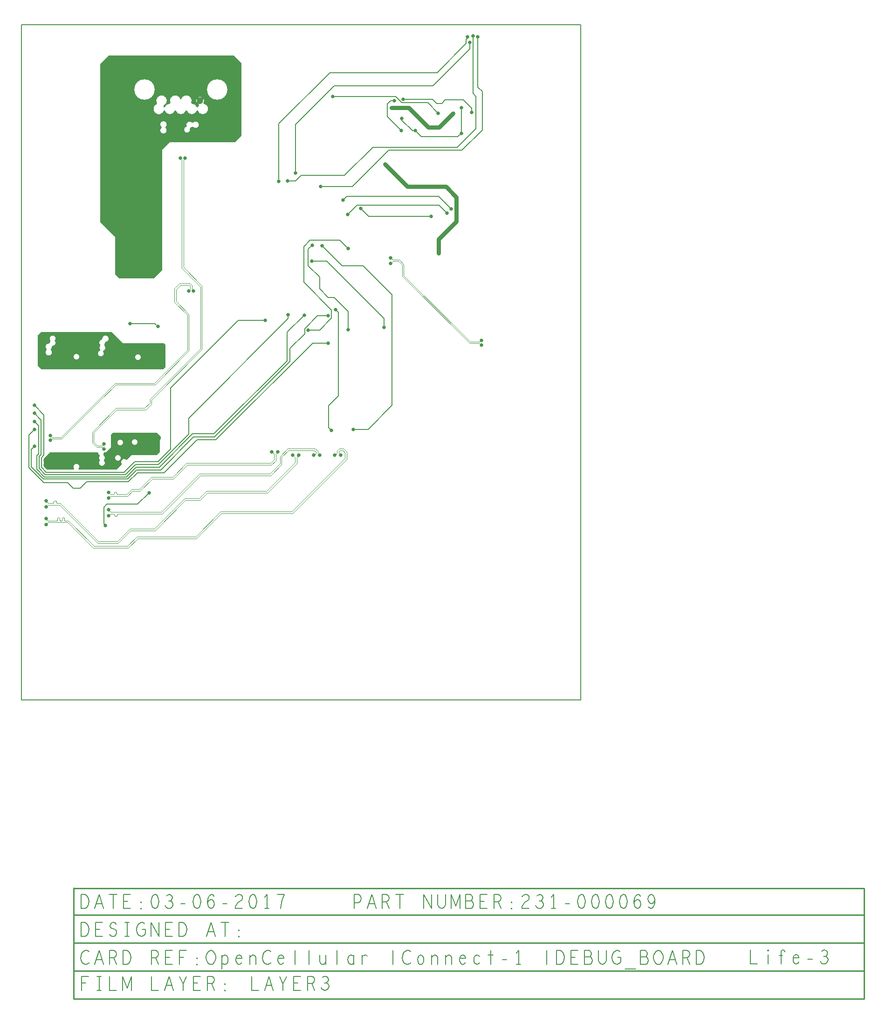
<source format=gbr>
G04 ================== begin FILE IDENTIFICATION RECORD ==================*
G04 Layout Name:  OC_Connect-1_DEBUG_Life-3.brd*
G04 Film Name:    L3S.gbr*
G04 File Format:  Gerber RS274X*
G04 File Origin:  Cadence Allegro 16.6-2015-S065*
G04 Origin Date:  Mon Mar 06 16:55:43 2017*
G04 *
G04 Layer:  VIA CLASS/L3_SIG1*
G04 Layer:  PIN/L3_SIG1*
G04 Layer:  ETCH/L3_SIG1*
G04 Layer:  DRAWING FORMAT/L3*
G04 Layer:  DRAWING FORMAT/FILM_LABEL_OUTLINE*
G04 Layer:  BOARD GEOMETRY/OUTLINE*
G04 *
G04 Offset:    (0.000 0.000)*
G04 Mirror:    No*
G04 Mode:      Positive*
G04 Rotation:  0*
G04 FullContactRelief:  No*
G04 UndefLineWidth:     6.000*
G04 ================== end FILE IDENTIFICATION RECORD ====================*
%FSLAX25Y25*MOIN*%
%IR0*IPPOS*OFA0.00000B0.00000*MIA0B0*SFA1.00000B1.00000*%
%ADD10C,.026*%
%ADD11C,.047244*%
%ADD12C,.008*%
%ADD13C,.0044*%
%ADD14C,.0056*%
%ADD15C,.00395*%
%ADD16C,.01*%
%ADD17C,.02*%
%ADD18C,.03*%
%ADD19C,.006*%
%ADD21C,.146114*%
%ADD20C,.042004*%
G75*
%LPD*%
G75*
G36*
G01X56000Y170970D02*
G03X59000I1500J-1470D01*
G02Y171530I286J280D01*
G03X59600Y172966I-1500J1470D01*
G03X58538Y174826I-2100J35D01*
G02X58438Y175441I198J348D01*
G03X58976Y176804I-1562J1404D01*
G01X58980Y177000D01*
X60300D01*
X63800Y180500D01*
Y189400D01*
X65400Y191000D01*
X97000D01*
X99500Y188500D01*
Y186500D01*
X99000Y186000D01*
Y177500D01*
X96500Y175000D01*
X78500D01*
X75132Y171632D01*
X74991Y171751D01*
G03X71749Y168509I-1491J-1751D01*
G01X71868Y168368D01*
X68080Y164580D01*
X40984D01*
G02X40702Y165263I0J400D01*
G03X37735I-1484J1487D01*
G02X37452Y164580I-283J-283D01*
G01X18437D01*
X16000Y167018D01*
Y172482D01*
X17080Y173563D01*
Y173580D01*
X20500Y177000D01*
X54772D01*
X54776Y176804D01*
G03X55838Y175019I2100J41D01*
G02X55938Y174404I-198J-348D01*
G03X56000Y171530I1562J-1404D01*
G02Y170970I-286J-280D01*
G37*
G36*
G01X14000Y236500D02*
X11500Y239000D01*
Y260500D01*
X14000Y263000D01*
X64500D01*
X72500Y255000D01*
X102000D01*
X103000Y254000D01*
Y238000D01*
X101500Y236500D01*
X14000D01*
G37*
G36*
G01X70000Y301500D02*
X67000Y304500D01*
Y330900D01*
X56350Y341550D01*
Y454840D01*
X62168Y460659D01*
X152033D01*
X157250Y455441D01*
Y403020D01*
X152771Y398541D01*
X105979D01*
X100650Y393212D01*
Y307350D01*
X94800Y301500D01*
X70000D01*
G37*
%LPC*%
G75*
G36*
G01X17955Y250204D02*
G03Y250796I-269J296D01*
G02X19686Y254793I1545J1704D01*
G03X20118Y255201I32J399D01*
G02X20687Y256688I2100J50D01*
G03Y256962I-146J137D01*
G02X23749I1531J1438D01*
G03Y256688I146J-137D01*
G02X22193Y253150I-1531J-1438D01*
G03X21790Y252713I-5J-400D01*
G02X21045Y250796I-2290J-213D01*
G03Y250204I269J-296D01*
G02X17955I-1545J-1704D01*
G37*
G36*
G01X57385Y257571D02*
G03X57715Y258011I-67J394D01*
G02X60200Y255983I2285J264D01*
G03X59835Y255571I35J-398D01*
G02X59139Y253937I-2099J-71D01*
G03X59158Y253332I271J-295D01*
G02X58505Y249709I-1322J-1632D01*
G03X58329Y249069I127J-379D01*
G02X56068Y249691I-1593J-1369D01*
G03X56244Y250331I-127J379D01*
G02X56430Y253260I1593J1369D01*
G03X56417Y253866I-268J297D01*
G02X57385Y257571I1320J1634D01*
G37*
G36*
G01X117883Y409708D02*
G03X118145Y410259I-102J387D01*
G02X122070Y412602I2096J947D01*
G03X122706I318J243D01*
G02Y409810I1828J-1396D01*
G03X122070I-318J-243D01*
G02X120682Y408948I-1828J1396D01*
G03X120384Y408415I77J-393D01*
G02X117883Y409708I-1966J-738D01*
G37*
G36*
G01X102953Y409615D02*
G03Y408979I243J-318D01*
G02X100161I-1396J-1828D01*
G03Y409615I-243J318D01*
G02X102953I1396J1828D01*
G37*
G36*
G01X101729Y421281D02*
G02X96690Y425962I-3559J1221D01*
G03X96879Y426529I-157J368D01*
G02X101619Y424949I3260J1879D01*
G03X101430Y424381I157J-368D01*
G02X101729Y423724I-3260J-1879D01*
G03X102485I378J130D01*
G02X106187Y426262I3559J-1221D01*
G03X106566Y426830I15J400D01*
G02X113540Y429629I3415J1578D01*
G03X114296I378J130D01*
G02X121270Y426830I3559J-1221D01*
G03X121649Y426262I363J-168D01*
G02X125351Y423724I143J-3760D01*
G03X126107I378J130D01*
G02X126906Y425060I3559J-1221D01*
G03X126746Y425708I-293J272D01*
G02X130079Y426820I952J2699D01*
G03X130340Y426204I333J-222D01*
G02X126107Y421281I-674J-3702D01*
G03X125351I-378J-130D01*
G02X118233I-3559J1221D01*
G03X117477I-378J-130D01*
G02X110359I-3559J1221D01*
G03X109603I-378J-130D01*
G02X102485I-3559J1221D01*
G03X101729I-378J-130D01*
G37*
G54D21*
X88052Y436282D03*
X139784D03*
G54D20*
X69000Y173000D03*
X70500Y184000D03*
X81000Y184500D03*
X39218Y245500D03*
X83218Y244900D03*
%LPD*%
G75*
G54D10*
X21000Y168000D03*
X17000D03*
X21000Y171500D03*
X17000D03*
X21000Y175375D03*
X17532Y125480D03*
Y129620D03*
Y142220D03*
Y138080D03*
X60100Y124700D03*
X9200Y193300D03*
Y181500D03*
Y199100D03*
Y210600D03*
Y204900D03*
X59000Y179500D03*
X20503Y185594D03*
X20500Y188994D03*
X59000Y183000D03*
X17500Y259500D03*
X62204Y148520D03*
Y135920D03*
Y144380D03*
Y131780D03*
X91200Y148100D03*
X99418Y242932D03*
X93918D03*
X87718Y245200D03*
X89500Y178000D03*
X94500D03*
Y183000D03*
X89500D03*
X119568Y292450D03*
X122968D03*
X97718Y266900D03*
X77518Y269200D03*
X78518Y306800D03*
X84418Y307100D03*
X89818D03*
X89418Y312500D03*
X84218Y312700D03*
X78418Y312500D03*
X113500Y387500D03*
X117000D03*
X194036Y174900D03*
X198346D03*
X179036Y177500D03*
X183346D03*
X202200Y275200D03*
X174400Y271400D03*
X190700Y275500D03*
X205018Y264500D03*
X183900Y370800D03*
X190200Y370900D03*
X196000Y376800D03*
X224036Y174900D03*
X228346D03*
X213346D03*
X209036D03*
X221618Y192800D03*
X237318Y193532D03*
X219218Y255200D03*
X264018Y312147D03*
Y316152D03*
X219218Y274700D03*
X259418Y266500D03*
X207768Y313850D03*
X224568Y279150D03*
X233518Y264700D03*
X260000Y383000D03*
X230018Y357500D03*
X242718Y351500D03*
X233318Y347200D03*
X214818Y324800D03*
X233518Y322800D03*
X207828Y325190D03*
X214000Y367200D03*
X264500Y423500D03*
X273000Y429500D03*
X271500Y407000D03*
X266500Y428500D03*
X272100Y415600D03*
X222500Y431500D03*
X298281Y319300D03*
X329018Y253700D03*
X328918Y257173D03*
X307418Y351000D03*
X293056Y345800D03*
X304300Y347900D03*
X297294Y409500D03*
X308500Y419500D03*
X322000Y420000D03*
X314500Y405000D03*
Y423500D03*
X281668Y407000D03*
X298000Y419500D03*
X319000Y474000D03*
X322900Y474700D03*
X326300Y473900D03*
X320700Y470200D03*
G54D11*
X127698Y428408D03*
G54D12*
G01X214818Y324800D02*
X229317Y310301D01*
X244417D01*
X265018Y289700D01*
Y210600D01*
X247950Y193532D01*
X237318D01*
G54D13*
G01X59000Y179500D02*
X57800Y180700D01*
X53800D01*
X50500Y184000D01*
Y191456D01*
X67644Y208600D01*
X88100D01*
X91900Y212400D01*
Y214956D01*
X128000Y251056D01*
Y295500D01*
X114700Y308800D01*
Y386300D01*
X113500Y387500D01*
G01X119568Y292450D02*
X120718Y293600D01*
Y295955D01*
X120173Y296500D01*
X113500D01*
X110500Y293500D01*
Y284956D01*
X119600Y275856D01*
Y249544D01*
X95456Y225400D01*
X67456D01*
X55676Y213620D01*
X55622D01*
X54380Y212378D01*
Y212324D01*
X28756Y186700D01*
X24006D01*
X21604Y186697D01*
X20503Y185594D01*
G01X20500Y188994D02*
X21699Y187798D01*
X24006Y187800D01*
X28300D01*
X53280Y212780D01*
Y212834D01*
X55166Y214720D01*
X55220D01*
X67000Y226500D01*
X95000D01*
X118500Y250000D01*
Y275400D01*
X109400Y284500D01*
Y293956D01*
X113044Y297600D01*
X120628D01*
X121818Y296410D01*
Y293600D01*
X122968Y292450D01*
G01X117000Y387500D02*
X115800Y386300D01*
Y309256D01*
X129100Y295956D01*
Y250600D01*
X93000Y214500D01*
Y211500D01*
X89000Y207500D01*
X68100D01*
X51600Y191000D01*
Y184456D01*
X54256Y181800D01*
X57800D01*
X59000Y183000D01*
G01X264018Y312147D02*
X265471Y313600D01*
X269762D01*
X272318Y311044D01*
Y303044D01*
X320476Y254887D01*
X327732D01*
X328918Y253700D01*
X329018D01*
G01X264018Y316152D02*
X265471Y314700D01*
X270218D01*
X273418Y311500D01*
Y303500D01*
X320932Y255987D01*
X327732D01*
X328918Y257173D01*
G54D14*
G01X219218Y255200D02*
X208200D01*
X139000Y186000D01*
X125500D01*
X102000Y162500D01*
X82900D01*
X76400Y156000D01*
X46500D01*
X42000Y151500D01*
X36800D01*
X32800Y155500D01*
X15800D01*
X5260Y166040D01*
Y189360D01*
X9200Y193300D01*
G01Y181500D02*
X6820Y179120D01*
Y166780D01*
X15700Y157900D01*
X75800D01*
X82400Y164500D01*
X99500D01*
X123000Y188000D01*
X138000D01*
X192000Y242000D01*
Y251300D01*
X202500Y261800D01*
Y265500D01*
X211700Y274700D01*
X219218D01*
G01X202200Y275200D02*
X190000Y263000D01*
Y242500D01*
X137750Y190250D01*
X122250D01*
X98500Y166500D01*
X82000D01*
X75000Y159500D01*
X16400D01*
X11000Y164900D01*
Y174600D01*
X12300Y175900D01*
Y196000D01*
X9200Y199100D01*
G01X174400Y271400D02*
X154900D01*
X106500Y223000D01*
Y179500D01*
X97500Y170500D01*
X81000D01*
X73300Y162800D01*
X17700D01*
X14200Y166300D01*
Y173200D01*
X15300Y174300D01*
Y174400D01*
X16000Y175100D01*
Y203800D01*
X9200Y210600D01*
G01X190700Y275500D02*
Y272700D01*
X119500Y201500D01*
Y190000D01*
X98000Y168500D01*
X81500D01*
X74200Y161200D01*
X17000D01*
X12600Y165600D01*
Y173900D01*
X14000Y175300D01*
Y200100D01*
X9200Y204900D01*
G01X91200Y148100D02*
X83000Y139900D01*
X61000D01*
X58800Y137700D01*
Y126000D01*
X60100Y124700D01*
G01X77518Y269200D02*
X95418D01*
X97718Y266900D01*
G01X205018Y264500D02*
X213318D01*
X221718Y272900D01*
Y278800D01*
X201818Y298700D01*
Y324200D01*
X206418Y328800D01*
X227518D01*
X233518Y322800D01*
G01X319000Y474000D02*
X319050Y473950D01*
Y473158D01*
X318000Y472107D01*
Y469317D01*
X297183Y448500D01*
X220500D01*
X183900Y411900D01*
Y370800D01*
G01X190200Y370900D02*
X195900D01*
X199900Y374900D01*
X231100D01*
X251200Y395000D01*
X311500D01*
X325000Y408500D01*
Y431500D01*
X322900Y433600D01*
Y474700D01*
G01X320700Y470200D02*
Y465311D01*
X294389Y439000D01*
X223500D01*
X196000Y411500D01*
Y376800D01*
G01X221618Y192800D02*
X219718Y194700D01*
Y210400D01*
X226718Y217400D01*
Y277000D01*
X224568Y279150D01*
G01X207768Y313850D02*
X218385D01*
X259418Y272817D01*
Y266500D01*
G01X233518Y264700D02*
Y277690D01*
X223500Y287708D01*
X219310D01*
X213118Y293900D01*
Y302400D01*
X205018Y310500D01*
Y322380D01*
X207828Y325190D01*
G01X307418Y351000D02*
X298438Y359980D01*
X232498D01*
X230018Y357500D01*
G01X242718Y351500D02*
X248418Y345800D01*
X293056D01*
G01X304300Y347900D02*
X298520Y353680D01*
X239798D01*
X233318Y347200D01*
G01X326300Y473900D02*
Y438200D01*
X329500Y435000D01*
Y407500D01*
X315000Y393000D01*
X262500D01*
X236700Y367200D01*
X214000D01*
G01X322000Y420000D02*
Y423000D01*
X316000Y429000D01*
X303000D01*
X300500Y426500D01*
X297000D01*
X294000Y429500D01*
X273000D01*
G01X266500Y428500D02*
X264000D01*
X261500Y426000D01*
Y417000D01*
X271500Y407000D01*
G01X281668D02*
X279500D01*
X272100Y414400D01*
Y415600D01*
G01X298000Y419500D02*
X290500Y427000D01*
X272000D01*
X267500Y431500D01*
X222500D01*
G01X314500Y423500D02*
Y405000D01*
G01D02*
X312100Y402600D01*
X286068D01*
X281668Y407000D01*
G54D15*
G01X224036Y174900D02*
X225600Y176464D01*
Y178000D01*
X227200Y179600D01*
X230438D01*
X232700Y177338D01*
Y172062D01*
X193938Y133300D01*
X142838D01*
X125039Y115500D01*
X83138D01*
X76238Y108600D01*
X51362D01*
X33062Y126900D01*
X18953D01*
X17532Y125480D01*
G01X228346Y174900D02*
X226900Y176346D01*
Y177462D01*
X227739Y178300D01*
X229900D01*
X231400Y176800D01*
Y172600D01*
X193400Y134600D01*
X142300D01*
X124500Y116800D01*
X82600D01*
X75700Y109900D01*
X51900D01*
X33600Y128200D01*
X30845D01*
X30450Y128595D01*
Y129905D01*
X30055Y130300D01*
X29265D01*
X28870Y129905D01*
Y128595D01*
X28475Y128200D01*
X27685D01*
X27290Y128595D01*
Y129905D01*
X26895Y130300D01*
X26105D01*
X25710Y129905D01*
Y128595D01*
X25315Y128200D01*
X18953D01*
X17532Y129620D01*
G01Y142220D02*
X18953Y140800D01*
X22535D01*
X23030Y141295D01*
Y142105D01*
X23425Y142500D01*
X24415D01*
X24910Y142005D01*
Y141295D01*
X25405Y140800D01*
X27700D01*
X55000Y113500D01*
X68562D01*
X77562Y122500D01*
X94962D01*
X116462Y144000D01*
X127100D01*
X132400Y149300D01*
X175362D01*
X195600Y169538D01*
Y173336D01*
X194036Y174900D01*
G01X17532Y138080D02*
X18953Y139500D01*
X27162D01*
X54462Y112200D01*
X69100D01*
X78100Y121200D01*
X95500D01*
X117000Y142700D01*
X127639D01*
X132938Y148000D01*
X175900D01*
X196900Y169000D01*
Y173454D01*
X198346Y174900D01*
G01X62204Y148520D02*
X63624Y147100D01*
X65916D01*
X66311Y147495D01*
Y148405D01*
X66706Y148800D01*
X67696D01*
X68091Y148405D01*
Y147495D01*
X68486Y147100D01*
X75400D01*
X78900Y150600D01*
X84200D01*
X93000Y159400D01*
X108162D01*
X118062Y169300D01*
X178162D01*
X180600Y171738D01*
Y175936D01*
X179036Y177500D01*
G01X62204Y135920D02*
X63624Y134500D01*
X100100D01*
X127400Y161800D01*
X177662D01*
X184800Y168938D01*
Y174200D01*
X190400Y179800D01*
X209900D01*
X211800Y177900D01*
Y176446D01*
X213346Y174900D01*
G01X62204Y144380D02*
X63624Y145800D01*
X75938D01*
X79438Y149300D01*
X84738D01*
X93538Y158100D01*
X108700D01*
X118600Y168000D01*
X178700D01*
X181900Y171200D01*
Y176054D01*
X183346Y177500D01*
G01X62204Y131780D02*
X63624Y133200D01*
X66149D01*
X66644Y132705D01*
Y131895D01*
X67039Y131500D01*
X68029D01*
X68424Y131895D01*
Y132805D01*
X68819Y133200D01*
X100638D01*
X127938Y160500D01*
X178200D01*
X186100Y168400D01*
Y173662D01*
X190938Y178500D01*
X209361D01*
X210500Y177362D01*
Y176364D01*
X209036Y174900D01*
G54D16*
G01X37218Y-193700D02*
X602518D01*
G01X37218Y-213700D02*
X602718D01*
Y-134771D01*
G01X37218Y-134300D02*
Y-213700D01*
G01Y-173700D02*
X602718D01*
G01X37218Y-134500D02*
X602718D01*
G01X37218Y-153700D02*
X602618D01*
G54D17*
G01X125332Y426043D02*
X127698Y428408D01*
G01D02*
X130063Y430773D01*
G01X125332D02*
X127698Y428408D01*
G54D18*
G01X260000Y383000D02*
X276000Y367000D01*
X303500D01*
X311000Y359500D01*
Y342000D01*
X298281Y329281D01*
Y319300D01*
G01X264500Y423500D02*
X276900D01*
X290900Y409500D01*
X297294D01*
G01D02*
X298500D01*
X308500Y419500D01*
G54D19*
G01X43093Y-207500D02*
Y-197500D01*
X47843D01*
G01X46093Y-202333D02*
X43093D01*
G01X53968Y-197500D02*
X56968D01*
G01X55468D02*
Y-207500D01*
G01X53968D02*
X56968D01*
G01X62968Y-197500D02*
Y-207500D01*
X67968D01*
G01X72218D02*
Y-197500D01*
X75468Y-205833D01*
X78718Y-197500D01*
Y-207500D01*
G01X92968Y-197500D02*
Y-207500D01*
X97968D01*
G01X102343D02*
X105468Y-197500D01*
X108593Y-207500D01*
G01X107468Y-204000D02*
X103468D01*
G01X115468Y-207500D02*
Y-203000D01*
X112968Y-197500D01*
G01X117968D02*
X115468Y-203000D01*
G01X127968Y-207500D02*
X122968D01*
Y-197500D01*
X127968D01*
G01X125968Y-202333D02*
X122968D01*
G01X132968Y-207500D02*
Y-197500D01*
X136093D01*
X137093Y-198000D01*
X137718Y-198667D01*
X137968Y-200000D01*
X137718Y-201333D01*
X136968Y-202167D01*
X136093Y-202667D01*
X132968D01*
G01X136093D02*
X137968Y-207500D01*
G01X145468Y-207833D02*
X145218Y-207667D01*
Y-207333D01*
X145468Y-207167D01*
X145718Y-207333D01*
Y-207667D01*
X145468Y-207833D01*
G01Y-203334D02*
X145218Y-203167D01*
Y-202833D01*
X145468Y-202667D01*
X145718Y-202833D01*
Y-203167D01*
X145468Y-203334D01*
G01X48218Y-179834D02*
X47468Y-179333D01*
X46593Y-179000D01*
X45593D01*
X44468Y-179500D01*
X43593Y-180333D01*
X42968Y-181333D01*
X42468Y-183000D01*
X42343Y-184500D01*
X42593Y-186000D01*
X42968Y-187000D01*
X43718Y-188000D01*
X44593Y-188667D01*
X45468Y-189000D01*
X46343D01*
X47218Y-188667D01*
X47968Y-188167D01*
X48593Y-187500D01*
G01X52343Y-189000D02*
X55468Y-179000D01*
X58593Y-189000D01*
G01X57468Y-185500D02*
X53468D01*
G01X62968Y-189000D02*
Y-179000D01*
X66093D01*
X67093Y-179500D01*
X67718Y-180167D01*
X67968Y-181500D01*
X67718Y-182833D01*
X66968Y-183667D01*
X66093Y-184167D01*
X62968D01*
G01X66093D02*
X67968Y-189000D01*
G01X72718D02*
Y-179000D01*
X75218D01*
X76218Y-179500D01*
X76968Y-180167D01*
X77593Y-181166D01*
X78093Y-182334D01*
X78218Y-184000D01*
X78093Y-185667D01*
X77593Y-186834D01*
X76968Y-187834D01*
X76218Y-188500D01*
X75218Y-189000D01*
X72718D01*
G01X92968D02*
Y-179000D01*
X96093D01*
X97093Y-179500D01*
X97718Y-180167D01*
X97968Y-181500D01*
X97718Y-182833D01*
X96968Y-183667D01*
X96093Y-184167D01*
X92968D01*
G01X96093D02*
X97968Y-189000D01*
G01X107968D02*
X102968D01*
Y-179000D01*
X107968D01*
G01X105968Y-183833D02*
X102968D01*
G01X113093Y-189000D02*
Y-179000D01*
X117843D01*
G01X116093Y-183833D02*
X113093D01*
G01X125468Y-189333D02*
X125218Y-189167D01*
Y-188833D01*
X125468Y-188667D01*
X125718Y-188833D01*
Y-189167D01*
X125468Y-189333D01*
G01Y-184834D02*
X125218Y-184667D01*
Y-184333D01*
X125468Y-184167D01*
X125718Y-184333D01*
Y-184667D01*
X125468Y-184834D01*
G01X135468Y-189000D02*
X134468Y-188833D01*
X133593Y-188167D01*
X132843Y-187167D01*
X132343Y-186000D01*
X132093Y-184667D01*
Y-183333D01*
X132343Y-182000D01*
X132843Y-180833D01*
X133593Y-179834D01*
X134468Y-179167D01*
X135468Y-179000D01*
X136468Y-179167D01*
X137343Y-179834D01*
X138093Y-180833D01*
X138593Y-182000D01*
X138843Y-183333D01*
Y-184667D01*
X138593Y-186000D01*
X138093Y-187167D01*
X137343Y-188167D01*
X136468Y-188833D01*
X135468Y-189000D01*
G01X143218Y-192333D02*
Y-182334D01*
G01Y-183833D02*
X143843Y-183000D01*
X144468Y-182500D01*
X145468Y-182334D01*
X146343Y-182500D01*
X147218Y-183333D01*
X147593Y-184500D01*
X147718Y-185667D01*
X147593Y-186834D01*
X147218Y-188000D01*
X146468Y-188667D01*
X145468Y-189000D01*
X144593Y-188833D01*
X143718Y-188334D01*
X143218Y-187667D01*
G01X153593Y-184500D02*
X157593D01*
X157218Y-183333D01*
X156593Y-182667D01*
X155718Y-182334D01*
X154843Y-182500D01*
X154093Y-183000D01*
X153593Y-184167D01*
X153343Y-185167D01*
Y-186167D01*
X153593Y-187167D01*
X154218Y-188167D01*
X154968Y-188833D01*
X155843Y-189000D01*
X156718Y-188667D01*
X157593Y-187667D01*
G01X163343Y-189000D02*
Y-182334D01*
G01Y-184000D02*
X163843Y-183167D01*
X164593Y-182500D01*
X165593Y-182334D01*
X166468Y-182500D01*
X167218Y-183167D01*
X167593Y-184333D01*
Y-189000D01*
G01X178218Y-179834D02*
X177468Y-179333D01*
X176593Y-179000D01*
X175593D01*
X174468Y-179500D01*
X173593Y-180333D01*
X172968Y-181333D01*
X172468Y-183000D01*
X172343Y-184500D01*
X172593Y-186000D01*
X172968Y-187000D01*
X173718Y-188000D01*
X174593Y-188667D01*
X175468Y-189000D01*
X176343D01*
X177218Y-188667D01*
X177968Y-188167D01*
X178593Y-187500D01*
G01X183593Y-184500D02*
X187593D01*
X187218Y-183333D01*
X186593Y-182667D01*
X185718Y-182334D01*
X184843Y-182500D01*
X184093Y-183000D01*
X183593Y-184167D01*
X183343Y-185167D01*
Y-186167D01*
X183593Y-187167D01*
X184218Y-188167D01*
X184968Y-188833D01*
X185843Y-189000D01*
X186718Y-188667D01*
X187593Y-187667D01*
G01X195468Y-189000D02*
Y-179000D01*
G01X205468Y-189000D02*
Y-179000D01*
G01X213343Y-182334D02*
Y-187000D01*
X213843Y-188167D01*
X214593Y-188833D01*
X215468Y-189000D01*
X216343Y-188833D01*
X217093Y-188167D01*
X217593Y-187000D01*
G01Y-189000D02*
Y-182334D01*
G01X225468Y-189000D02*
Y-179000D01*
G01X237718Y-189000D02*
Y-182334D01*
G01Y-183500D02*
X237218Y-182833D01*
X236468Y-182500D01*
X235593Y-182334D01*
X234718Y-182667D01*
X233968Y-183333D01*
X233468Y-184333D01*
X233218Y-185667D01*
X233468Y-187000D01*
X233968Y-188000D01*
X234718Y-188667D01*
X235593Y-189000D01*
X236468Y-188833D01*
X237218Y-188334D01*
X237718Y-187667D01*
G01X243718Y-189000D02*
Y-182334D01*
G01Y-183667D02*
X244343Y-183000D01*
X244968Y-182500D01*
X245843Y-182334D01*
X246468Y-182500D01*
X247218Y-183000D01*
G01X265468Y-189000D02*
Y-179000D01*
G01X278218Y-179834D02*
X277468Y-179333D01*
X276593Y-179000D01*
X275593D01*
X274468Y-179500D01*
X273593Y-180333D01*
X272968Y-181333D01*
X272468Y-183000D01*
X272343Y-184500D01*
X272593Y-186000D01*
X272968Y-187000D01*
X273718Y-188000D01*
X274593Y-188667D01*
X275468Y-189000D01*
X276343D01*
X277218Y-188667D01*
X277968Y-188167D01*
X278593Y-187500D01*
G01X285468Y-189000D02*
X284718Y-188833D01*
X283968Y-188167D01*
X283468Y-187000D01*
X283218Y-185667D01*
X283468Y-184333D01*
X283968Y-183167D01*
X284718Y-182500D01*
X285468Y-182334D01*
X286218Y-182500D01*
X286968Y-183167D01*
X287468Y-184333D01*
X287593Y-185667D01*
X287468Y-187000D01*
X286968Y-188167D01*
X286218Y-188833D01*
X285468Y-189000D01*
G01X293343D02*
Y-182334D01*
G01Y-184000D02*
X293843Y-183167D01*
X294593Y-182500D01*
X295593Y-182334D01*
X296468Y-182500D01*
X297218Y-183167D01*
X297593Y-184333D01*
Y-189000D01*
G01X303343D02*
Y-182334D01*
G01Y-184000D02*
X303843Y-183167D01*
X304593Y-182500D01*
X305593Y-182334D01*
X306468Y-182500D01*
X307218Y-183167D01*
X307593Y-184333D01*
Y-189000D01*
G01X313593Y-184500D02*
X317593D01*
X317218Y-183333D01*
X316593Y-182667D01*
X315718Y-182334D01*
X314843Y-182500D01*
X314093Y-183000D01*
X313593Y-184167D01*
X313343Y-185167D01*
Y-186167D01*
X313593Y-187167D01*
X314218Y-188167D01*
X314968Y-188833D01*
X315843Y-189000D01*
X316718Y-188667D01*
X317593Y-187667D01*
G01X327468Y-183167D02*
X326593Y-182500D01*
X325843Y-182334D01*
X324843Y-182667D01*
X324093Y-183333D01*
X323593Y-184500D01*
X323468Y-185667D01*
X323593Y-186834D01*
X324093Y-187834D01*
X324843Y-188667D01*
X325843Y-189000D01*
X326718Y-188667D01*
X327468Y-188000D01*
G01X335468Y-179000D02*
Y-189000D01*
G01X333718Y-182334D02*
X337218D01*
G01X343843Y-185667D02*
X347093D01*
G01X355468Y-189000D02*
Y-179000D01*
X353968Y-181000D01*
G01Y-189000D02*
X356968D01*
G01X375468D02*
Y-179000D01*
G01X382718Y-189000D02*
Y-179000D01*
X385218D01*
X386218Y-179500D01*
X386968Y-180167D01*
X387593Y-181166D01*
X388093Y-182334D01*
X388218Y-184000D01*
X388093Y-185667D01*
X387593Y-186834D01*
X386968Y-187834D01*
X386218Y-188500D01*
X385218Y-189000D01*
X382718D01*
G01X397968D02*
X392968D01*
Y-179000D01*
X397968D01*
G01X395968Y-183833D02*
X392968D01*
G01X406468Y-183667D02*
X406968Y-183167D01*
X407343Y-182334D01*
X407593Y-181166D01*
X407343Y-180167D01*
X406843Y-179500D01*
X405968Y-179000D01*
X402593D01*
Y-189000D01*
X406718D01*
X407593Y-188334D01*
X408093Y-187333D01*
X408343Y-186167D01*
X408093Y-185000D01*
X407343Y-184000D01*
X406468Y-183667D01*
X402593D01*
G01X412718Y-179000D02*
Y-186167D01*
X413218Y-187667D01*
X414218Y-188667D01*
X415468Y-189000D01*
X416718Y-188667D01*
X417718Y-187667D01*
X418218Y-186167D01*
Y-179000D01*
G01X426218Y-184000D02*
X428718D01*
Y-187000D01*
X427968Y-188000D01*
X427093Y-188667D01*
X425843Y-189000D01*
X424593Y-188667D01*
X423718Y-188000D01*
X422968Y-187000D01*
X422468Y-185833D01*
X422218Y-184500D01*
Y-183333D01*
X422468Y-182334D01*
X422968Y-181166D01*
X423718Y-180167D01*
X424468Y-179500D01*
X425468Y-179000D01*
X426343D01*
X427343Y-179333D01*
X428093Y-180000D01*
G01X431718Y-192333D02*
X439218D01*
G01X446468Y-183667D02*
X446968Y-183167D01*
X447343Y-182334D01*
X447593Y-181166D01*
X447343Y-180167D01*
X446843Y-179500D01*
X445968Y-179000D01*
X442593D01*
Y-189000D01*
X446718D01*
X447593Y-188334D01*
X448093Y-187333D01*
X448343Y-186167D01*
X448093Y-185000D01*
X447343Y-184000D01*
X446468Y-183667D01*
X442593D01*
G01X455468Y-189000D02*
X454468Y-188833D01*
X453593Y-188167D01*
X452843Y-187167D01*
X452343Y-186000D01*
X452093Y-184667D01*
Y-183333D01*
X452343Y-182000D01*
X452843Y-180833D01*
X453593Y-179834D01*
X454468Y-179167D01*
X455468Y-179000D01*
X456468Y-179167D01*
X457343Y-179834D01*
X458093Y-180833D01*
X458593Y-182000D01*
X458843Y-183333D01*
Y-184667D01*
X458593Y-186000D01*
X458093Y-187167D01*
X457343Y-188167D01*
X456468Y-188833D01*
X455468Y-189000D01*
G01X462343D02*
X465468Y-179000D01*
X468593Y-189000D01*
G01X467468Y-185500D02*
X463468D01*
G01X472968Y-189000D02*
Y-179000D01*
X476093D01*
X477093Y-179500D01*
X477718Y-180167D01*
X477968Y-181500D01*
X477718Y-182833D01*
X476968Y-183667D01*
X476093Y-184167D01*
X472968D01*
G01X476093D02*
X477968Y-189000D01*
G01X482718D02*
Y-179000D01*
X485218D01*
X486218Y-179500D01*
X486968Y-180167D01*
X487593Y-181166D01*
X488093Y-182334D01*
X488218Y-184000D01*
X488093Y-185667D01*
X487593Y-186834D01*
X486968Y-187834D01*
X486218Y-188500D01*
X485218Y-189000D01*
X482718D01*
G01X42718Y-149000D02*
Y-139000D01*
X45218D01*
X46218Y-139500D01*
X46968Y-140167D01*
X47593Y-141166D01*
X48093Y-142334D01*
X48218Y-144000D01*
X48093Y-145667D01*
X47593Y-146834D01*
X46968Y-147834D01*
X46218Y-148500D01*
X45218Y-149000D01*
X42718D01*
G01X52343D02*
X55468Y-139000D01*
X58593Y-149000D01*
G01X57468Y-145500D02*
X53468D01*
G01X65468Y-139000D02*
Y-149000D01*
G01X62593Y-139000D02*
X68343D01*
G01X77968Y-149000D02*
X72968D01*
Y-139000D01*
X77968D01*
G01X75968Y-143833D02*
X72968D01*
G01X85468Y-149333D02*
X85218Y-149167D01*
Y-148833D01*
X85468Y-148667D01*
X85718Y-148833D01*
Y-149167D01*
X85468Y-149333D01*
G01Y-144834D02*
X85218Y-144667D01*
Y-144333D01*
X85468Y-144167D01*
X85718Y-144333D01*
Y-144667D01*
X85468Y-144834D01*
G01X95468Y-139000D02*
X94468Y-139333D01*
X93718Y-140167D01*
X93218Y-141166D01*
X92843Y-142500D01*
X92718Y-144000D01*
X92843Y-145500D01*
X93218Y-146834D01*
X93718Y-147834D01*
X94468Y-148667D01*
X95468Y-149000D01*
X96468Y-148667D01*
X97218Y-147834D01*
X97718Y-146834D01*
X98093Y-145500D01*
X98218Y-144000D01*
X98093Y-142500D01*
X97718Y-141166D01*
X97218Y-140167D01*
X96468Y-139333D01*
X95468Y-139000D01*
G01X102718Y-147000D02*
X103468Y-148167D01*
X104468Y-148833D01*
X105593Y-149000D01*
X106593Y-148833D01*
X107593Y-148000D01*
X108218Y-147000D01*
X108343Y-146000D01*
X108093Y-144834D01*
X107218Y-144000D01*
X106343Y-143667D01*
X105218D01*
G01X106343D02*
X107093Y-143167D01*
X107718Y-142334D01*
X107968Y-141333D01*
X107718Y-140333D01*
X107093Y-139500D01*
X105968Y-139000D01*
X104843Y-139167D01*
X103718Y-139834D01*
G01X113843Y-145667D02*
X117093D01*
G01X125468Y-139000D02*
X124468Y-139333D01*
X123718Y-140167D01*
X123218Y-141166D01*
X122843Y-142500D01*
X122718Y-144000D01*
X122843Y-145500D01*
X123218Y-146834D01*
X123718Y-147834D01*
X124468Y-148667D01*
X125468Y-149000D01*
X126468Y-148667D01*
X127218Y-147834D01*
X127718Y-146834D01*
X128093Y-145500D01*
X128218Y-144000D01*
X128093Y-142500D01*
X127718Y-141166D01*
X127218Y-140167D01*
X126468Y-139333D01*
X125468Y-139000D01*
G01X133093Y-144834D02*
X133968Y-143667D01*
X134718Y-143000D01*
X135718Y-142667D01*
X136593Y-143000D01*
X137218Y-143667D01*
X137718Y-144667D01*
X137843Y-145833D01*
X137718Y-146834D01*
X137218Y-147834D01*
X136468Y-148667D01*
X135593Y-149000D01*
X134593Y-148667D01*
X133718Y-147667D01*
X133218Y-146167D01*
X133093Y-144500D01*
X133343Y-142334D01*
X133718Y-141166D01*
X134343Y-140000D01*
X135218Y-139167D01*
X136093Y-139000D01*
X136968Y-139333D01*
X137593Y-140167D01*
G01X143843Y-145667D02*
X147093D01*
G01X153093Y-140667D02*
X153843Y-139667D01*
X154718Y-139167D01*
X155718Y-139000D01*
X156968Y-139333D01*
X157843Y-140167D01*
X158093Y-141166D01*
X157968Y-142167D01*
X157468Y-143000D01*
X154968Y-144667D01*
X153843Y-145833D01*
X153093Y-147500D01*
X152843Y-149000D01*
X158093D01*
G01X165468Y-139000D02*
X164468Y-139333D01*
X163718Y-140167D01*
X163218Y-141166D01*
X162843Y-142500D01*
X162718Y-144000D01*
X162843Y-145500D01*
X163218Y-146834D01*
X163718Y-147834D01*
X164468Y-148667D01*
X165468Y-149000D01*
X166468Y-148667D01*
X167218Y-147834D01*
X167718Y-146834D01*
X168093Y-145500D01*
X168218Y-144000D01*
X168093Y-142500D01*
X167718Y-141166D01*
X167218Y-140167D01*
X166468Y-139333D01*
X165468Y-139000D01*
G01X175468Y-149000D02*
Y-139000D01*
X173968Y-141000D01*
G01Y-149000D02*
X176968D01*
G01X185218D02*
X185468Y-146834D01*
X185843Y-145000D01*
X186343Y-143333D01*
X186968Y-141500D01*
X187968Y-139000D01*
X182968D01*
G01X42718Y-169000D02*
Y-159000D01*
X45218D01*
X46218Y-159500D01*
X46968Y-160167D01*
X47593Y-161166D01*
X48093Y-162334D01*
X48218Y-164000D01*
X48093Y-165667D01*
X47593Y-166834D01*
X46968Y-167834D01*
X46218Y-168500D01*
X45218Y-169000D01*
X42718D01*
G01X57968D02*
X52968D01*
Y-159000D01*
X57968D01*
G01X55968Y-163833D02*
X52968D01*
G01X62843Y-167667D02*
X63843Y-168500D01*
X64968Y-169000D01*
X65968D01*
X66968Y-168500D01*
X67718Y-167667D01*
X68093Y-166500D01*
X67843Y-165334D01*
X67218Y-164333D01*
X66093Y-163667D01*
X64593Y-163333D01*
X63718Y-162667D01*
X63343Y-161500D01*
X63593Y-160333D01*
X64218Y-159500D01*
X65093Y-159000D01*
X65968D01*
X66843Y-159333D01*
X67593Y-160167D01*
G01X73968Y-159000D02*
X76968D01*
G01X75468D02*
Y-169000D01*
G01X73968D02*
X76968D01*
G01X86218Y-164000D02*
X88718D01*
Y-167000D01*
X87968Y-168000D01*
X87093Y-168667D01*
X85843Y-169000D01*
X84593Y-168667D01*
X83718Y-168000D01*
X82968Y-167000D01*
X82468Y-165833D01*
X82218Y-164500D01*
Y-163333D01*
X82468Y-162334D01*
X82968Y-161166D01*
X83718Y-160167D01*
X84468Y-159500D01*
X85468Y-159000D01*
X86343D01*
X87343Y-159333D01*
X88093Y-160000D01*
G01X92593Y-169000D02*
Y-159000D01*
X98343Y-169000D01*
Y-159000D01*
G01X107968Y-169000D02*
X102968D01*
Y-159000D01*
X107968D01*
G01X105968Y-163833D02*
X102968D01*
G01X112718Y-169000D02*
Y-159000D01*
X115218D01*
X116218Y-159500D01*
X116968Y-160167D01*
X117593Y-161166D01*
X118093Y-162334D01*
X118218Y-164000D01*
X118093Y-165667D01*
X117593Y-166834D01*
X116968Y-167834D01*
X116218Y-168500D01*
X115218Y-169000D01*
X112718D01*
G01X132343D02*
X135468Y-159000D01*
X138593Y-169000D01*
G01X137468Y-165500D02*
X133468D01*
G01X145468Y-159000D02*
Y-169000D01*
G01X142593Y-159000D02*
X148343D01*
G01X155468Y-169333D02*
X155218Y-169167D01*
Y-168833D01*
X155468Y-168667D01*
X155718Y-168833D01*
Y-169167D01*
X155468Y-169333D01*
G01Y-164834D02*
X155218Y-164667D01*
Y-164333D01*
X155468Y-164167D01*
X155718Y-164333D01*
Y-164667D01*
X155468Y-164834D01*
G01X0Y0D02*
X400000D01*
Y482677D01*
X0D01*
Y0D01*
G01X164468Y-197500D02*
Y-207500D01*
X169468D01*
G01X173843D02*
X176968Y-197500D01*
X180093Y-207500D01*
G01X178968Y-204000D02*
X174968D01*
G01X186968Y-207500D02*
Y-203000D01*
X184468Y-197500D01*
G01X189468D02*
X186968Y-203000D01*
G01X199468Y-207500D02*
X194468D01*
Y-197500D01*
X199468D01*
G01X197468Y-202333D02*
X194468D01*
G01X204468Y-207500D02*
Y-197500D01*
X207593D01*
X208593Y-198000D01*
X209218Y-198667D01*
X209468Y-200000D01*
X209218Y-201333D01*
X208468Y-202167D01*
X207593Y-202667D01*
X204468D01*
G01X207593D02*
X209468Y-207500D01*
G01X214218Y-205500D02*
X214968Y-206667D01*
X215968Y-207333D01*
X217093Y-207500D01*
X218093Y-207333D01*
X219093Y-206500D01*
X219718Y-205500D01*
X219843Y-204500D01*
X219593Y-203334D01*
X218718Y-202500D01*
X217843Y-202167D01*
X216718D01*
G01X217843D02*
X218593Y-201667D01*
X219218Y-200834D01*
X219468Y-199833D01*
X219218Y-198833D01*
X218593Y-198000D01*
X217468Y-197500D01*
X216343Y-197667D01*
X215218Y-198334D01*
G01X237968Y-149000D02*
Y-139000D01*
X240968D01*
X241968Y-139500D01*
X242718Y-140667D01*
X242968Y-142000D01*
X242718Y-143333D01*
X242093Y-144333D01*
X240968Y-144834D01*
X237968D01*
G01X247343Y-149000D02*
X250468Y-139000D01*
X253593Y-149000D01*
G01X252468Y-145500D02*
X248468D01*
G01X257968Y-149000D02*
Y-139000D01*
X261093D01*
X262093Y-139500D01*
X262718Y-140167D01*
X262968Y-141500D01*
X262718Y-142833D01*
X261968Y-143667D01*
X261093Y-144167D01*
X257968D01*
G01X261093D02*
X262968Y-149000D01*
G01X270468Y-139000D02*
Y-149000D01*
G01X267593Y-139000D02*
X273343D01*
G01X287593Y-149000D02*
Y-139000D01*
X293343Y-149000D01*
Y-139000D01*
G01X297718D02*
Y-146167D01*
X298218Y-147667D01*
X299218Y-148667D01*
X300468Y-149000D01*
X301718Y-148667D01*
X302718Y-147667D01*
X303218Y-146167D01*
Y-139000D01*
G01X307218Y-149000D02*
Y-139000D01*
X310468Y-147333D01*
X313718Y-139000D01*
Y-149000D01*
G01X321468Y-143667D02*
X321968Y-143167D01*
X322343Y-142334D01*
X322593Y-141166D01*
X322343Y-140167D01*
X321843Y-139500D01*
X320968Y-139000D01*
X317593D01*
Y-149000D01*
X321718D01*
X322593Y-148334D01*
X323093Y-147333D01*
X323343Y-146167D01*
X323093Y-145000D01*
X322343Y-144000D01*
X321468Y-143667D01*
X317593D01*
G01X332968Y-149000D02*
X327968D01*
Y-139000D01*
X332968D01*
G01X330968Y-143833D02*
X327968D01*
G01X337968Y-149000D02*
Y-139000D01*
X341093D01*
X342093Y-139500D01*
X342718Y-140167D01*
X342968Y-141500D01*
X342718Y-142833D01*
X341968Y-143667D01*
X341093Y-144167D01*
X337968D01*
G01X341093D02*
X342968Y-149000D01*
G01X350468Y-149333D02*
X350218Y-149167D01*
Y-148833D01*
X350468Y-148667D01*
X350718Y-148833D01*
Y-149167D01*
X350468Y-149333D01*
G01Y-144834D02*
X350218Y-144667D01*
Y-144333D01*
X350468Y-144167D01*
X350718Y-144333D01*
Y-144667D01*
X350468Y-144834D01*
G01X358093Y-140667D02*
X358843Y-139667D01*
X359718Y-139167D01*
X360718Y-139000D01*
X361968Y-139333D01*
X362843Y-140167D01*
X363093Y-141166D01*
X362968Y-142167D01*
X362468Y-143000D01*
X359968Y-144667D01*
X358843Y-145833D01*
X358093Y-147500D01*
X357843Y-149000D01*
X363093D01*
G01X367718Y-147000D02*
X368468Y-148167D01*
X369468Y-148833D01*
X370593Y-149000D01*
X371593Y-148833D01*
X372593Y-148000D01*
X373218Y-147000D01*
X373343Y-146000D01*
X373093Y-144834D01*
X372218Y-144000D01*
X371343Y-143667D01*
X370218D01*
G01X371343D02*
X372093Y-143167D01*
X372718Y-142334D01*
X372968Y-141333D01*
X372718Y-140333D01*
X372093Y-139500D01*
X370968Y-139000D01*
X369843Y-139167D01*
X368718Y-139834D01*
G01X380468Y-149000D02*
Y-139000D01*
X378968Y-141000D01*
G01Y-149000D02*
X381968D01*
G01X388843Y-145667D02*
X392093D01*
G01X400468Y-139000D02*
X399468Y-139333D01*
X398718Y-140167D01*
X398218Y-141166D01*
X397843Y-142500D01*
X397718Y-144000D01*
X397843Y-145500D01*
X398218Y-146834D01*
X398718Y-147834D01*
X399468Y-148667D01*
X400468Y-149000D01*
X401468Y-148667D01*
X402218Y-147834D01*
X402718Y-146834D01*
X403093Y-145500D01*
X403218Y-144000D01*
X403093Y-142500D01*
X402718Y-141166D01*
X402218Y-140167D01*
X401468Y-139333D01*
X400468Y-139000D01*
G01X410468D02*
X409468Y-139333D01*
X408718Y-140167D01*
X408218Y-141166D01*
X407843Y-142500D01*
X407718Y-144000D01*
X407843Y-145500D01*
X408218Y-146834D01*
X408718Y-147834D01*
X409468Y-148667D01*
X410468Y-149000D01*
X411468Y-148667D01*
X412218Y-147834D01*
X412718Y-146834D01*
X413093Y-145500D01*
X413218Y-144000D01*
X413093Y-142500D01*
X412718Y-141166D01*
X412218Y-140167D01*
X411468Y-139333D01*
X410468Y-139000D01*
G01X420468D02*
X419468Y-139333D01*
X418718Y-140167D01*
X418218Y-141166D01*
X417843Y-142500D01*
X417718Y-144000D01*
X417843Y-145500D01*
X418218Y-146834D01*
X418718Y-147834D01*
X419468Y-148667D01*
X420468Y-149000D01*
X421468Y-148667D01*
X422218Y-147834D01*
X422718Y-146834D01*
X423093Y-145500D01*
X423218Y-144000D01*
X423093Y-142500D01*
X422718Y-141166D01*
X422218Y-140167D01*
X421468Y-139333D01*
X420468Y-139000D01*
G01X430468D02*
X429468Y-139333D01*
X428718Y-140167D01*
X428218Y-141166D01*
X427843Y-142500D01*
X427718Y-144000D01*
X427843Y-145500D01*
X428218Y-146834D01*
X428718Y-147834D01*
X429468Y-148667D01*
X430468Y-149000D01*
X431468Y-148667D01*
X432218Y-147834D01*
X432718Y-146834D01*
X433093Y-145500D01*
X433218Y-144000D01*
X433093Y-142500D01*
X432718Y-141166D01*
X432218Y-140167D01*
X431468Y-139333D01*
X430468Y-139000D01*
G01X438093Y-144834D02*
X438968Y-143667D01*
X439718Y-143000D01*
X440718Y-142667D01*
X441593Y-143000D01*
X442218Y-143667D01*
X442718Y-144667D01*
X442843Y-145833D01*
X442718Y-146834D01*
X442218Y-147834D01*
X441468Y-148667D01*
X440593Y-149000D01*
X439593Y-148667D01*
X438718Y-147667D01*
X438218Y-146167D01*
X438093Y-144500D01*
X438343Y-142334D01*
X438718Y-141166D01*
X439343Y-140000D01*
X440218Y-139167D01*
X441093Y-139000D01*
X441968Y-139333D01*
X442593Y-140167D01*
G01X448343Y-147834D02*
X449218Y-148667D01*
X450218Y-149000D01*
X451218Y-148667D01*
X452093Y-147667D01*
X452718Y-146167D01*
X452968Y-144667D01*
Y-142833D01*
X452718Y-141333D01*
X452093Y-140000D01*
X451343Y-139333D01*
X450468Y-139000D01*
X449468Y-139333D01*
X448718Y-140000D01*
X448218Y-141000D01*
X447968Y-142334D01*
X448218Y-143500D01*
X448843Y-144667D01*
X449593Y-145334D01*
X450468Y-145500D01*
X451468Y-145167D01*
X452218Y-144333D01*
X452968Y-142833D01*
G01X521418Y-178733D02*
Y-188733D01*
X526418D01*
G01X533918Y-182067D02*
Y-188733D01*
G01Y-179400D02*
X533668Y-179234D01*
Y-178900D01*
X533918Y-178733D01*
X534168Y-178900D01*
Y-179234D01*
X533918Y-179400D01*
G01X543168Y-188733D02*
Y-180233D01*
X543418Y-179400D01*
X543918Y-178900D01*
X544668Y-178733D01*
X545418Y-179067D01*
X545793Y-179900D01*
G01X544293Y-182734D02*
X541793D01*
G01X552043Y-184233D02*
X556043D01*
X555668Y-183067D01*
X555043Y-182400D01*
X554168Y-182067D01*
X553293Y-182234D01*
X552543Y-182734D01*
X552043Y-183900D01*
X551793Y-184900D01*
Y-185900D01*
X552043Y-186900D01*
X552668Y-187900D01*
X553418Y-188567D01*
X554293Y-188733D01*
X555168Y-188400D01*
X556043Y-187400D01*
G01X562293Y-185400D02*
X565543D01*
G01X571168Y-186734D02*
X571918Y-187900D01*
X572918Y-188567D01*
X574043Y-188733D01*
X575043Y-188567D01*
X576043Y-187734D01*
X576668Y-186734D01*
X576793Y-185733D01*
X576543Y-184567D01*
X575668Y-183734D01*
X574793Y-183400D01*
X573668D01*
G01X574793D02*
X575543Y-182900D01*
X576168Y-182067D01*
X576418Y-181067D01*
X576168Y-180067D01*
X575543Y-179234D01*
X574418Y-178733D01*
X573293Y-178900D01*
X572168Y-179567D01*
M02*

</source>
